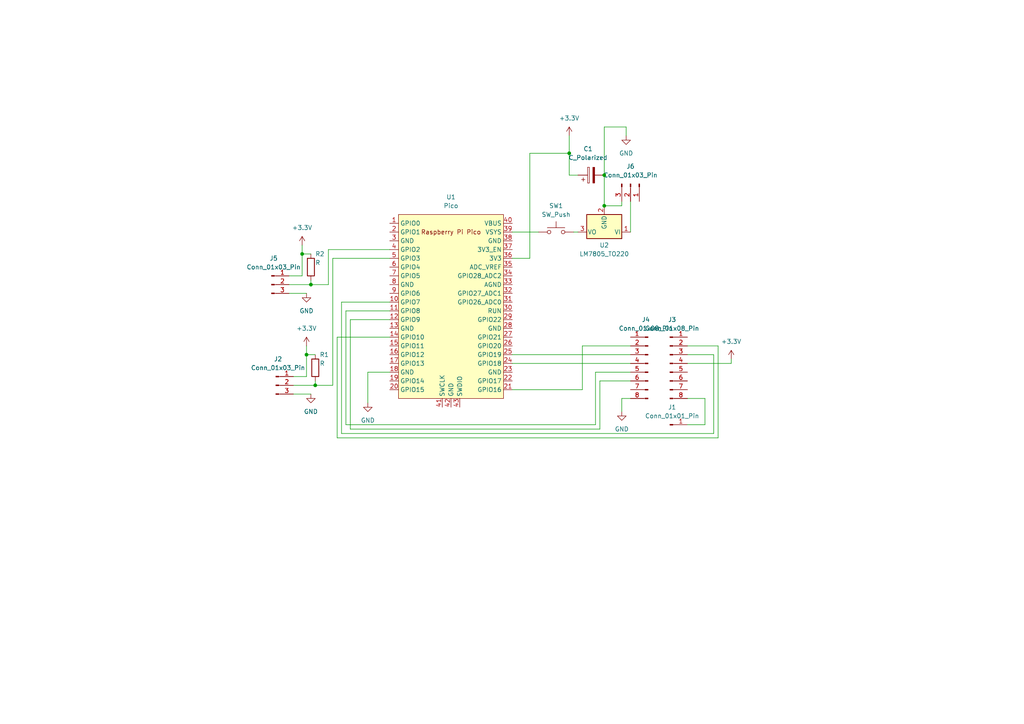
<source format=kicad_sch>
(kicad_sch (version 20230121) (generator eeschema)

  (uuid 57215bcd-06c0-4a2f-862b-6be181b216c0)

  (paper "A4")

  (lib_symbols
    (symbol "Connector:Conn_01x01_Pin" (pin_names (offset 1.016) hide) (in_bom yes) (on_board yes)
      (property "Reference" "J" (at 0 2.54 0)
        (effects (font (size 1.27 1.27)))
      )
      (property "Value" "Conn_01x01_Pin" (at 0 -2.54 0)
        (effects (font (size 1.27 1.27)))
      )
      (property "Footprint" "" (at 0 0 0)
        (effects (font (size 1.27 1.27)) hide)
      )
      (property "Datasheet" "~" (at 0 0 0)
        (effects (font (size 1.27 1.27)) hide)
      )
      (property "ki_locked" "" (at 0 0 0)
        (effects (font (size 1.27 1.27)))
      )
      (property "ki_keywords" "connector" (at 0 0 0)
        (effects (font (size 1.27 1.27)) hide)
      )
      (property "ki_description" "Generic connector, single row, 01x01, script generated" (at 0 0 0)
        (effects (font (size 1.27 1.27)) hide)
      )
      (property "ki_fp_filters" "Connector*:*_1x??_*" (at 0 0 0)
        (effects (font (size 1.27 1.27)) hide)
      )
      (symbol "Conn_01x01_Pin_1_1"
        (polyline
          (pts
            (xy 1.27 0)
            (xy 0.8636 0)
          )
          (stroke (width 0.1524) (type default))
          (fill (type none))
        )
        (rectangle (start 0.8636 0.127) (end 0 -0.127)
          (stroke (width 0.1524) (type default))
          (fill (type outline))
        )
        (pin passive line (at 5.08 0 180) (length 3.81)
          (name "Pin_1" (effects (font (size 1.27 1.27))))
          (number "1" (effects (font (size 1.27 1.27))))
        )
      )
    )
    (symbol "Connector:Conn_01x03_Pin" (pin_names (offset 1.016) hide) (in_bom yes) (on_board yes)
      (property "Reference" "J" (at 0 5.08 0)
        (effects (font (size 1.27 1.27)))
      )
      (property "Value" "Conn_01x03_Pin" (at 0 -5.08 0)
        (effects (font (size 1.27 1.27)))
      )
      (property "Footprint" "" (at 0 0 0)
        (effects (font (size 1.27 1.27)) hide)
      )
      (property "Datasheet" "~" (at 0 0 0)
        (effects (font (size 1.27 1.27)) hide)
      )
      (property "ki_locked" "" (at 0 0 0)
        (effects (font (size 1.27 1.27)))
      )
      (property "ki_keywords" "connector" (at 0 0 0)
        (effects (font (size 1.27 1.27)) hide)
      )
      (property "ki_description" "Generic connector, single row, 01x03, script generated" (at 0 0 0)
        (effects (font (size 1.27 1.27)) hide)
      )
      (property "ki_fp_filters" "Connector*:*_1x??_*" (at 0 0 0)
        (effects (font (size 1.27 1.27)) hide)
      )
      (symbol "Conn_01x03_Pin_1_1"
        (polyline
          (pts
            (xy 1.27 -2.54)
            (xy 0.8636 -2.54)
          )
          (stroke (width 0.1524) (type default))
          (fill (type none))
        )
        (polyline
          (pts
            (xy 1.27 0)
            (xy 0.8636 0)
          )
          (stroke (width 0.1524) (type default))
          (fill (type none))
        )
        (polyline
          (pts
            (xy 1.27 2.54)
            (xy 0.8636 2.54)
          )
          (stroke (width 0.1524) (type default))
          (fill (type none))
        )
        (rectangle (start 0.8636 -2.413) (end 0 -2.667)
          (stroke (width 0.1524) (type default))
          (fill (type outline))
        )
        (rectangle (start 0.8636 0.127) (end 0 -0.127)
          (stroke (width 0.1524) (type default))
          (fill (type outline))
        )
        (rectangle (start 0.8636 2.667) (end 0 2.413)
          (stroke (width 0.1524) (type default))
          (fill (type outline))
        )
        (pin passive line (at 5.08 2.54 180) (length 3.81)
          (name "Pin_1" (effects (font (size 1.27 1.27))))
          (number "1" (effects (font (size 1.27 1.27))))
        )
        (pin passive line (at 5.08 0 180) (length 3.81)
          (name "Pin_2" (effects (font (size 1.27 1.27))))
          (number "2" (effects (font (size 1.27 1.27))))
        )
        (pin passive line (at 5.08 -2.54 180) (length 3.81)
          (name "Pin_3" (effects (font (size 1.27 1.27))))
          (number "3" (effects (font (size 1.27 1.27))))
        )
      )
    )
    (symbol "Connector:Conn_01x08_Pin" (pin_names (offset 1.016) hide) (in_bom yes) (on_board yes)
      (property "Reference" "J" (at 0 10.16 0)
        (effects (font (size 1.27 1.27)))
      )
      (property "Value" "Conn_01x08_Pin" (at 0 -12.7 0)
        (effects (font (size 1.27 1.27)))
      )
      (property "Footprint" "" (at 0 0 0)
        (effects (font (size 1.27 1.27)) hide)
      )
      (property "Datasheet" "~" (at 0 0 0)
        (effects (font (size 1.27 1.27)) hide)
      )
      (property "ki_locked" "" (at 0 0 0)
        (effects (font (size 1.27 1.27)))
      )
      (property "ki_keywords" "connector" (at 0 0 0)
        (effects (font (size 1.27 1.27)) hide)
      )
      (property "ki_description" "Generic connector, single row, 01x08, script generated" (at 0 0 0)
        (effects (font (size 1.27 1.27)) hide)
      )
      (property "ki_fp_filters" "Connector*:*_1x??_*" (at 0 0 0)
        (effects (font (size 1.27 1.27)) hide)
      )
      (symbol "Conn_01x08_Pin_1_1"
        (polyline
          (pts
            (xy 1.27 -10.16)
            (xy 0.8636 -10.16)
          )
          (stroke (width 0.1524) (type default))
          (fill (type none))
        )
        (polyline
          (pts
            (xy 1.27 -7.62)
            (xy 0.8636 -7.62)
          )
          (stroke (width 0.1524) (type default))
          (fill (type none))
        )
        (polyline
          (pts
            (xy 1.27 -5.08)
            (xy 0.8636 -5.08)
          )
          (stroke (width 0.1524) (type default))
          (fill (type none))
        )
        (polyline
          (pts
            (xy 1.27 -2.54)
            (xy 0.8636 -2.54)
          )
          (stroke (width 0.1524) (type default))
          (fill (type none))
        )
        (polyline
          (pts
            (xy 1.27 0)
            (xy 0.8636 0)
          )
          (stroke (width 0.1524) (type default))
          (fill (type none))
        )
        (polyline
          (pts
            (xy 1.27 2.54)
            (xy 0.8636 2.54)
          )
          (stroke (width 0.1524) (type default))
          (fill (type none))
        )
        (polyline
          (pts
            (xy 1.27 5.08)
            (xy 0.8636 5.08)
          )
          (stroke (width 0.1524) (type default))
          (fill (type none))
        )
        (polyline
          (pts
            (xy 1.27 7.62)
            (xy 0.8636 7.62)
          )
          (stroke (width 0.1524) (type default))
          (fill (type none))
        )
        (rectangle (start 0.8636 -10.033) (end 0 -10.287)
          (stroke (width 0.1524) (type default))
          (fill (type outline))
        )
        (rectangle (start 0.8636 -7.493) (end 0 -7.747)
          (stroke (width 0.1524) (type default))
          (fill (type outline))
        )
        (rectangle (start 0.8636 -4.953) (end 0 -5.207)
          (stroke (width 0.1524) (type default))
          (fill (type outline))
        )
        (rectangle (start 0.8636 -2.413) (end 0 -2.667)
          (stroke (width 0.1524) (type default))
          (fill (type outline))
        )
        (rectangle (start 0.8636 0.127) (end 0 -0.127)
          (stroke (width 0.1524) (type default))
          (fill (type outline))
        )
        (rectangle (start 0.8636 2.667) (end 0 2.413)
          (stroke (width 0.1524) (type default))
          (fill (type outline))
        )
        (rectangle (start 0.8636 5.207) (end 0 4.953)
          (stroke (width 0.1524) (type default))
          (fill (type outline))
        )
        (rectangle (start 0.8636 7.747) (end 0 7.493)
          (stroke (width 0.1524) (type default))
          (fill (type outline))
        )
        (pin passive line (at 5.08 7.62 180) (length 3.81)
          (name "Pin_1" (effects (font (size 1.27 1.27))))
          (number "1" (effects (font (size 1.27 1.27))))
        )
        (pin passive line (at 5.08 5.08 180) (length 3.81)
          (name "Pin_2" (effects (font (size 1.27 1.27))))
          (number "2" (effects (font (size 1.27 1.27))))
        )
        (pin passive line (at 5.08 2.54 180) (length 3.81)
          (name "Pin_3" (effects (font (size 1.27 1.27))))
          (number "3" (effects (font (size 1.27 1.27))))
        )
        (pin passive line (at 5.08 0 180) (length 3.81)
          (name "Pin_4" (effects (font (size 1.27 1.27))))
          (number "4" (effects (font (size 1.27 1.27))))
        )
        (pin passive line (at 5.08 -2.54 180) (length 3.81)
          (name "Pin_5" (effects (font (size 1.27 1.27))))
          (number "5" (effects (font (size 1.27 1.27))))
        )
        (pin passive line (at 5.08 -5.08 180) (length 3.81)
          (name "Pin_6" (effects (font (size 1.27 1.27))))
          (number "6" (effects (font (size 1.27 1.27))))
        )
        (pin passive line (at 5.08 -7.62 180) (length 3.81)
          (name "Pin_7" (effects (font (size 1.27 1.27))))
          (number "7" (effects (font (size 1.27 1.27))))
        )
        (pin passive line (at 5.08 -10.16 180) (length 3.81)
          (name "Pin_8" (effects (font (size 1.27 1.27))))
          (number "8" (effects (font (size 1.27 1.27))))
        )
      )
    )
    (symbol "Device:C_Polarized" (pin_numbers hide) (pin_names (offset 0.254)) (in_bom yes) (on_board yes)
      (property "Reference" "C" (at 0.635 2.54 0)
        (effects (font (size 1.27 1.27)) (justify left))
      )
      (property "Value" "C_Polarized" (at 0.635 -2.54 0)
        (effects (font (size 1.27 1.27)) (justify left))
      )
      (property "Footprint" "" (at 0.9652 -3.81 0)
        (effects (font (size 1.27 1.27)) hide)
      )
      (property "Datasheet" "~" (at 0 0 0)
        (effects (font (size 1.27 1.27)) hide)
      )
      (property "ki_keywords" "cap capacitor" (at 0 0 0)
        (effects (font (size 1.27 1.27)) hide)
      )
      (property "ki_description" "Polarized capacitor" (at 0 0 0)
        (effects (font (size 1.27 1.27)) hide)
      )
      (property "ki_fp_filters" "CP_*" (at 0 0 0)
        (effects (font (size 1.27 1.27)) hide)
      )
      (symbol "C_Polarized_0_1"
        (rectangle (start -2.286 0.508) (end 2.286 1.016)
          (stroke (width 0) (type default))
          (fill (type none))
        )
        (polyline
          (pts
            (xy -1.778 2.286)
            (xy -0.762 2.286)
          )
          (stroke (width 0) (type default))
          (fill (type none))
        )
        (polyline
          (pts
            (xy -1.27 2.794)
            (xy -1.27 1.778)
          )
          (stroke (width 0) (type default))
          (fill (type none))
        )
        (rectangle (start 2.286 -0.508) (end -2.286 -1.016)
          (stroke (width 0) (type default))
          (fill (type outline))
        )
      )
      (symbol "C_Polarized_1_1"
        (pin passive line (at 0 3.81 270) (length 2.794)
          (name "~" (effects (font (size 1.27 1.27))))
          (number "1" (effects (font (size 1.27 1.27))))
        )
        (pin passive line (at 0 -3.81 90) (length 2.794)
          (name "~" (effects (font (size 1.27 1.27))))
          (number "2" (effects (font (size 1.27 1.27))))
        )
      )
    )
    (symbol "Device:R" (pin_numbers hide) (pin_names (offset 0)) (in_bom yes) (on_board yes)
      (property "Reference" "R" (at 2.032 0 90)
        (effects (font (size 1.27 1.27)))
      )
      (property "Value" "R" (at 0 0 90)
        (effects (font (size 1.27 1.27)))
      )
      (property "Footprint" "" (at -1.778 0 90)
        (effects (font (size 1.27 1.27)) hide)
      )
      (property "Datasheet" "~" (at 0 0 0)
        (effects (font (size 1.27 1.27)) hide)
      )
      (property "ki_keywords" "R res resistor" (at 0 0 0)
        (effects (font (size 1.27 1.27)) hide)
      )
      (property "ki_description" "Resistor" (at 0 0 0)
        (effects (font (size 1.27 1.27)) hide)
      )
      (property "ki_fp_filters" "R_*" (at 0 0 0)
        (effects (font (size 1.27 1.27)) hide)
      )
      (symbol "R_0_1"
        (rectangle (start -1.016 -2.54) (end 1.016 2.54)
          (stroke (width 0.254) (type default))
          (fill (type none))
        )
      )
      (symbol "R_1_1"
        (pin passive line (at 0 3.81 270) (length 1.27)
          (name "~" (effects (font (size 1.27 1.27))))
          (number "1" (effects (font (size 1.27 1.27))))
        )
        (pin passive line (at 0 -3.81 90) (length 1.27)
          (name "~" (effects (font (size 1.27 1.27))))
          (number "2" (effects (font (size 1.27 1.27))))
        )
      )
    )
    (symbol "MCU_RaspberryPi_and_Boards:Pico" (in_bom yes) (on_board yes)
      (property "Reference" "U" (at -13.97 27.94 0)
        (effects (font (size 1.27 1.27)))
      )
      (property "Value" "Pico" (at 0 19.05 0)
        (effects (font (size 1.27 1.27)))
      )
      (property "Footprint" "RPi_Pico:RPi_Pico_SMD_TH" (at 0 0 90)
        (effects (font (size 1.27 1.27)) hide)
      )
      (property "Datasheet" "" (at 0 0 0)
        (effects (font (size 1.27 1.27)) hide)
      )
      (symbol "Pico_0_0"
        (text "Raspberry Pi Pico" (at 0 21.59 0)
          (effects (font (size 1.27 1.27)))
        )
      )
      (symbol "Pico_0_1"
        (rectangle (start -15.24 26.67) (end 15.24 -26.67)
          (stroke (width 0) (type default))
          (fill (type background))
        )
      )
      (symbol "Pico_1_1"
        (pin bidirectional line (at -17.78 24.13 0) (length 2.54)
          (name "GPIO0" (effects (font (size 1.27 1.27))))
          (number "1" (effects (font (size 1.27 1.27))))
        )
        (pin bidirectional line (at -17.78 1.27 0) (length 2.54)
          (name "GPIO7" (effects (font (size 1.27 1.27))))
          (number "10" (effects (font (size 1.27 1.27))))
        )
        (pin bidirectional line (at -17.78 -1.27 0) (length 2.54)
          (name "GPIO8" (effects (font (size 1.27 1.27))))
          (number "11" (effects (font (size 1.27 1.27))))
        )
        (pin bidirectional line (at -17.78 -3.81 0) (length 2.54)
          (name "GPIO9" (effects (font (size 1.27 1.27))))
          (number "12" (effects (font (size 1.27 1.27))))
        )
        (pin power_in line (at -17.78 -6.35 0) (length 2.54)
          (name "GND" (effects (font (size 1.27 1.27))))
          (number "13" (effects (font (size 1.27 1.27))))
        )
        (pin bidirectional line (at -17.78 -8.89 0) (length 2.54)
          (name "GPIO10" (effects (font (size 1.27 1.27))))
          (number "14" (effects (font (size 1.27 1.27))))
        )
        (pin bidirectional line (at -17.78 -11.43 0) (length 2.54)
          (name "GPIO11" (effects (font (size 1.27 1.27))))
          (number "15" (effects (font (size 1.27 1.27))))
        )
        (pin bidirectional line (at -17.78 -13.97 0) (length 2.54)
          (name "GPIO12" (effects (font (size 1.27 1.27))))
          (number "16" (effects (font (size 1.27 1.27))))
        )
        (pin bidirectional line (at -17.78 -16.51 0) (length 2.54)
          (name "GPIO13" (effects (font (size 1.27 1.27))))
          (number "17" (effects (font (size 1.27 1.27))))
        )
        (pin power_in line (at -17.78 -19.05 0) (length 2.54)
          (name "GND" (effects (font (size 1.27 1.27))))
          (number "18" (effects (font (size 1.27 1.27))))
        )
        (pin bidirectional line (at -17.78 -21.59 0) (length 2.54)
          (name "GPIO14" (effects (font (size 1.27 1.27))))
          (number "19" (effects (font (size 1.27 1.27))))
        )
        (pin bidirectional line (at -17.78 21.59 0) (length 2.54)
          (name "GPIO1" (effects (font (size 1.27 1.27))))
          (number "2" (effects (font (size 1.27 1.27))))
        )
        (pin bidirectional line (at -17.78 -24.13 0) (length 2.54)
          (name "GPIO15" (effects (font (size 1.27 1.27))))
          (number "20" (effects (font (size 1.27 1.27))))
        )
        (pin bidirectional line (at 17.78 -24.13 180) (length 2.54)
          (name "GPIO16" (effects (font (size 1.27 1.27))))
          (number "21" (effects (font (size 1.27 1.27))))
        )
        (pin bidirectional line (at 17.78 -21.59 180) (length 2.54)
          (name "GPIO17" (effects (font (size 1.27 1.27))))
          (number "22" (effects (font (size 1.27 1.27))))
        )
        (pin power_in line (at 17.78 -19.05 180) (length 2.54)
          (name "GND" (effects (font (size 1.27 1.27))))
          (number "23" (effects (font (size 1.27 1.27))))
        )
        (pin bidirectional line (at 17.78 -16.51 180) (length 2.54)
          (name "GPIO18" (effects (font (size 1.27 1.27))))
          (number "24" (effects (font (size 1.27 1.27))))
        )
        (pin bidirectional line (at 17.78 -13.97 180) (length 2.54)
          (name "GPIO19" (effects (font (size 1.27 1.27))))
          (number "25" (effects (font (size 1.27 1.27))))
        )
        (pin bidirectional line (at 17.78 -11.43 180) (length 2.54)
          (name "GPIO20" (effects (font (size 1.27 1.27))))
          (number "26" (effects (font (size 1.27 1.27))))
        )
        (pin bidirectional line (at 17.78 -8.89 180) (length 2.54)
          (name "GPIO21" (effects (font (size 1.27 1.27))))
          (number "27" (effects (font (size 1.27 1.27))))
        )
        (pin power_in line (at 17.78 -6.35 180) (length 2.54)
          (name "GND" (effects (font (size 1.27 1.27))))
          (number "28" (effects (font (size 1.27 1.27))))
        )
        (pin bidirectional line (at 17.78 -3.81 180) (length 2.54)
          (name "GPIO22" (effects (font (size 1.27 1.27))))
          (number "29" (effects (font (size 1.27 1.27))))
        )
        (pin power_in line (at -17.78 19.05 0) (length 2.54)
          (name "GND" (effects (font (size 1.27 1.27))))
          (number "3" (effects (font (size 1.27 1.27))))
        )
        (pin input line (at 17.78 -1.27 180) (length 2.54)
          (name "RUN" (effects (font (size 1.27 1.27))))
          (number "30" (effects (font (size 1.27 1.27))))
        )
        (pin bidirectional line (at 17.78 1.27 180) (length 2.54)
          (name "GPIO26_ADC0" (effects (font (size 1.27 1.27))))
          (number "31" (effects (font (size 1.27 1.27))))
        )
        (pin bidirectional line (at 17.78 3.81 180) (length 2.54)
          (name "GPIO27_ADC1" (effects (font (size 1.27 1.27))))
          (number "32" (effects (font (size 1.27 1.27))))
        )
        (pin power_in line (at 17.78 6.35 180) (length 2.54)
          (name "AGND" (effects (font (size 1.27 1.27))))
          (number "33" (effects (font (size 1.27 1.27))))
        )
        (pin bidirectional line (at 17.78 8.89 180) (length 2.54)
          (name "GPIO28_ADC2" (effects (font (size 1.27 1.27))))
          (number "34" (effects (font (size 1.27 1.27))))
        )
        (pin power_in line (at 17.78 11.43 180) (length 2.54)
          (name "ADC_VREF" (effects (font (size 1.27 1.27))))
          (number "35" (effects (font (size 1.27 1.27))))
        )
        (pin power_in line (at 17.78 13.97 180) (length 2.54)
          (name "3V3" (effects (font (size 1.27 1.27))))
          (number "36" (effects (font (size 1.27 1.27))))
        )
        (pin input line (at 17.78 16.51 180) (length 2.54)
          (name "3V3_EN" (effects (font (size 1.27 1.27))))
          (number "37" (effects (font (size 1.27 1.27))))
        )
        (pin bidirectional line (at 17.78 19.05 180) (length 2.54)
          (name "GND" (effects (font (size 1.27 1.27))))
          (number "38" (effects (font (size 1.27 1.27))))
        )
        (pin power_in line (at 17.78 21.59 180) (length 2.54)
          (name "VSYS" (effects (font (size 1.27 1.27))))
          (number "39" (effects (font (size 1.27 1.27))))
        )
        (pin bidirectional line (at -17.78 16.51 0) (length 2.54)
          (name "GPIO2" (effects (font (size 1.27 1.27))))
          (number "4" (effects (font (size 1.27 1.27))))
        )
        (pin power_in line (at 17.78 24.13 180) (length 2.54)
          (name "VBUS" (effects (font (size 1.27 1.27))))
          (number "40" (effects (font (size 1.27 1.27))))
        )
        (pin input line (at -2.54 -29.21 90) (length 2.54)
          (name "SWCLK" (effects (font (size 1.27 1.27))))
          (number "41" (effects (font (size 1.27 1.27))))
        )
        (pin power_in line (at 0 -29.21 90) (length 2.54)
          (name "GND" (effects (font (size 1.27 1.27))))
          (number "42" (effects (font (size 1.27 1.27))))
        )
        (pin bidirectional line (at 2.54 -29.21 90) (length 2.54)
          (name "SWDIO" (effects (font (size 1.27 1.27))))
          (number "43" (effects (font (size 1.27 1.27))))
        )
        (pin bidirectional line (at -17.78 13.97 0) (length 2.54)
          (name "GPIO3" (effects (font (size 1.27 1.27))))
          (number "5" (effects (font (size 1.27 1.27))))
        )
        (pin bidirectional line (at -17.78 11.43 0) (length 2.54)
          (name "GPIO4" (effects (font (size 1.27 1.27))))
          (number "6" (effects (font (size 1.27 1.27))))
        )
        (pin bidirectional line (at -17.78 8.89 0) (length 2.54)
          (name "GPIO5" (effects (font (size 1.27 1.27))))
          (number "7" (effects (font (size 1.27 1.27))))
        )
        (pin power_in line (at -17.78 6.35 0) (length 2.54)
          (name "GND" (effects (font (size 1.27 1.27))))
          (number "8" (effects (font (size 1.27 1.27))))
        )
        (pin bidirectional line (at -17.78 3.81 0) (length 2.54)
          (name "GPIO6" (effects (font (size 1.27 1.27))))
          (number "9" (effects (font (size 1.27 1.27))))
        )
      )
    )
    (symbol "Regulator_Linear:LM7805_TO220" (pin_names (offset 0.254)) (in_bom yes) (on_board yes)
      (property "Reference" "U" (at -3.81 3.175 0)
        (effects (font (size 1.27 1.27)))
      )
      (property "Value" "LM7805_TO220" (at 0 3.175 0)
        (effects (font (size 1.27 1.27)) (justify left))
      )
      (property "Footprint" "Package_TO_SOT_THT:TO-220-3_Vertical" (at 0 5.715 0)
        (effects (font (size 1.27 1.27) italic) hide)
      )
      (property "Datasheet" "https://www.onsemi.cn/PowerSolutions/document/MC7800-D.PDF" (at 0 -1.27 0)
        (effects (font (size 1.27 1.27)) hide)
      )
      (property "ki_keywords" "Voltage Regulator 1A Positive" (at 0 0 0)
        (effects (font (size 1.27 1.27)) hide)
      )
      (property "ki_description" "Positive 1A 35V Linear Regulator, Fixed Output 5V, TO-220" (at 0 0 0)
        (effects (font (size 1.27 1.27)) hide)
      )
      (property "ki_fp_filters" "TO?220*" (at 0 0 0)
        (effects (font (size 1.27 1.27)) hide)
      )
      (symbol "LM7805_TO220_0_1"
        (rectangle (start -5.08 1.905) (end 5.08 -5.08)
          (stroke (width 0.254) (type default))
          (fill (type background))
        )
      )
      (symbol "LM7805_TO220_1_1"
        (pin power_in line (at -7.62 0 0) (length 2.54)
          (name "VI" (effects (font (size 1.27 1.27))))
          (number "1" (effects (font (size 1.27 1.27))))
        )
        (pin power_in line (at 0 -7.62 90) (length 2.54)
          (name "GND" (effects (font (size 1.27 1.27))))
          (number "2" (effects (font (size 1.27 1.27))))
        )
        (pin power_out line (at 7.62 0 180) (length 2.54)
          (name "VO" (effects (font (size 1.27 1.27))))
          (number "3" (effects (font (size 1.27 1.27))))
        )
      )
    )
    (symbol "Switch:SW_Push" (pin_numbers hide) (pin_names (offset 1.016) hide) (in_bom yes) (on_board yes)
      (property "Reference" "SW" (at 1.27 2.54 0)
        (effects (font (size 1.27 1.27)) (justify left))
      )
      (property "Value" "SW_Push" (at 0 -1.524 0)
        (effects (font (size 1.27 1.27)))
      )
      (property "Footprint" "" (at 0 5.08 0)
        (effects (font (size 1.27 1.27)) hide)
      )
      (property "Datasheet" "~" (at 0 5.08 0)
        (effects (font (size 1.27 1.27)) hide)
      )
      (property "ki_keywords" "switch normally-open pushbutton push-button" (at 0 0 0)
        (effects (font (size 1.27 1.27)) hide)
      )
      (property "ki_description" "Push button switch, generic, two pins" (at 0 0 0)
        (effects (font (size 1.27 1.27)) hide)
      )
      (symbol "SW_Push_0_1"
        (circle (center -2.032 0) (radius 0.508)
          (stroke (width 0) (type default))
          (fill (type none))
        )
        (polyline
          (pts
            (xy 0 1.27)
            (xy 0 3.048)
          )
          (stroke (width 0) (type default))
          (fill (type none))
        )
        (polyline
          (pts
            (xy 2.54 1.27)
            (xy -2.54 1.27)
          )
          (stroke (width 0) (type default))
          (fill (type none))
        )
        (circle (center 2.032 0) (radius 0.508)
          (stroke (width 0) (type default))
          (fill (type none))
        )
        (pin passive line (at -5.08 0 0) (length 2.54)
          (name "1" (effects (font (size 1.27 1.27))))
          (number "1" (effects (font (size 1.27 1.27))))
        )
        (pin passive line (at 5.08 0 180) (length 2.54)
          (name "2" (effects (font (size 1.27 1.27))))
          (number "2" (effects (font (size 1.27 1.27))))
        )
      )
    )
    (symbol "power:+3.3V" (power) (pin_names (offset 0)) (in_bom yes) (on_board yes)
      (property "Reference" "#PWR" (at 0 -3.81 0)
        (effects (font (size 1.27 1.27)) hide)
      )
      (property "Value" "+3.3V" (at 0 3.556 0)
        (effects (font (size 1.27 1.27)))
      )
      (property "Footprint" "" (at 0 0 0)
        (effects (font (size 1.27 1.27)) hide)
      )
      (property "Datasheet" "" (at 0 0 0)
        (effects (font (size 1.27 1.27)) hide)
      )
      (property "ki_keywords" "global power" (at 0 0 0)
        (effects (font (size 1.27 1.27)) hide)
      )
      (property "ki_description" "Power symbol creates a global label with name \"+3.3V\"" (at 0 0 0)
        (effects (font (size 1.27 1.27)) hide)
      )
      (symbol "+3.3V_0_1"
        (polyline
          (pts
            (xy -0.762 1.27)
            (xy 0 2.54)
          )
          (stroke (width 0) (type default))
          (fill (type none))
        )
        (polyline
          (pts
            (xy 0 0)
            (xy 0 2.54)
          )
          (stroke (width 0) (type default))
          (fill (type none))
        )
        (polyline
          (pts
            (xy 0 2.54)
            (xy 0.762 1.27)
          )
          (stroke (width 0) (type default))
          (fill (type none))
        )
      )
      (symbol "+3.3V_1_1"
        (pin power_in line (at 0 0 90) (length 0) hide
          (name "+3.3V" (effects (font (size 1.27 1.27))))
          (number "1" (effects (font (size 1.27 1.27))))
        )
      )
    )
    (symbol "power:GND" (power) (pin_names (offset 0)) (in_bom yes) (on_board yes)
      (property "Reference" "#PWR" (at 0 -6.35 0)
        (effects (font (size 1.27 1.27)) hide)
      )
      (property "Value" "GND" (at 0 -3.81 0)
        (effects (font (size 1.27 1.27)))
      )
      (property "Footprint" "" (at 0 0 0)
        (effects (font (size 1.27 1.27)) hide)
      )
      (property "Datasheet" "" (at 0 0 0)
        (effects (font (size 1.27 1.27)) hide)
      )
      (property "ki_keywords" "global power" (at 0 0 0)
        (effects (font (size 1.27 1.27)) hide)
      )
      (property "ki_description" "Power symbol creates a global label with name \"GND\" , ground" (at 0 0 0)
        (effects (font (size 1.27 1.27)) hide)
      )
      (symbol "GND_0_1"
        (polyline
          (pts
            (xy 0 0)
            (xy 0 -1.27)
            (xy 1.27 -1.27)
            (xy 0 -2.54)
            (xy -1.27 -1.27)
            (xy 0 -1.27)
          )
          (stroke (width 0) (type default))
          (fill (type none))
        )
      )
      (symbol "GND_1_1"
        (pin power_in line (at 0 0 270) (length 0) hide
          (name "GND" (effects (font (size 1.27 1.27))))
          (number "1" (effects (font (size 1.27 1.27))))
        )
      )
    )
  )

  (junction (at 87.63 73.66) (diameter 0) (color 0 0 0 0)
    (uuid 0e6f804c-eecd-497d-be4f-2585585c0110)
  )
  (junction (at 88.9 102.87) (diameter 0) (color 0 0 0 0)
    (uuid 108fe6a6-1832-4ddb-8e32-6b1b15f8f094)
  )
  (junction (at 165.1 44.45) (diameter 0) (color 0 0 0 0)
    (uuid 442d0e76-b47e-45f5-8616-dc9d5f5cf964)
  )
  (junction (at 90.17 82.55) (diameter 0) (color 0 0 0 0)
    (uuid 5380a227-35ff-47a1-85a2-3d9befec5b2c)
  )
  (junction (at 175.26 50.8) (diameter 0) (color 0 0 0 0)
    (uuid a590a1a6-bd2f-4f6d-91ed-c8a758b9ec96)
  )
  (junction (at 175.26 59.69) (diameter 0) (color 0 0 0 0)
    (uuid aeecb905-093f-4737-a14d-5a8befb761a2)
  )
  (junction (at 91.44 111.76) (diameter 0) (color 0 0 0 0)
    (uuid e3978f25-2c5f-4442-a020-e8aa81707624)
  )

  (wire (pts (xy 88.9 102.87) (xy 91.44 102.87))
    (stroke (width 0) (type default))
    (uuid 031d1ebe-2a6d-42d6-a5d1-717413c1fde8)
  )
  (wire (pts (xy 175.26 50.8) (xy 175.26 59.69))
    (stroke (width 0) (type default))
    (uuid 073331bd-fc38-4ad2-9d5c-a53fae742e98)
  )
  (wire (pts (xy 208.28 127) (xy 208.28 100.33))
    (stroke (width 0) (type default))
    (uuid 0cc75d34-7c39-4216-8e95-a9d2296f6aad)
  )
  (wire (pts (xy 87.63 73.66) (xy 87.63 80.01))
    (stroke (width 0) (type default))
    (uuid 0fa98e36-5336-40c7-8dc8-2950684e3213)
  )
  (wire (pts (xy 199.39 105.41) (xy 212.09 105.41))
    (stroke (width 0) (type default))
    (uuid 0fac9f41-a09d-4cf4-8fb3-51c704be307b)
  )
  (wire (pts (xy 181.61 36.83) (xy 175.26 36.83))
    (stroke (width 0) (type default))
    (uuid 155461fc-ed63-4fc9-b63d-8e2f7da5d03c)
  )
  (wire (pts (xy 156.21 67.31) (xy 148.59 67.31))
    (stroke (width 0) (type default))
    (uuid 1ad05616-fb97-4650-bc06-aff5e6075bd2)
  )
  (wire (pts (xy 85.09 109.22) (xy 88.9 109.22))
    (stroke (width 0) (type default))
    (uuid 1fb9c09a-081a-4197-9ec8-2b8247ae4c3a)
  )
  (wire (pts (xy 113.03 107.95) (xy 106.68 107.95))
    (stroke (width 0) (type default))
    (uuid 1fdb39fe-e5ef-4107-9463-a806ba0c5c18)
  )
  (wire (pts (xy 83.82 85.09) (xy 88.9 85.09))
    (stroke (width 0) (type default))
    (uuid 229ab064-a301-49a8-93b8-713ff8689806)
  )
  (wire (pts (xy 91.44 110.49) (xy 91.44 111.76))
    (stroke (width 0) (type default))
    (uuid 23a78a9e-8b66-411f-bcf2-ba987db2d35f)
  )
  (wire (pts (xy 168.91 100.33) (xy 182.88 100.33))
    (stroke (width 0) (type default))
    (uuid 27e26a7a-679b-422c-8aab-2077d3033d86)
  )
  (wire (pts (xy 153.67 44.45) (xy 165.1 44.45))
    (stroke (width 0) (type default))
    (uuid 289265ca-0fc5-45dd-bd43-ac6a34202199)
  )
  (wire (pts (xy 165.1 39.37) (xy 165.1 44.45))
    (stroke (width 0) (type default))
    (uuid 28c82281-49f7-471a-8321-f3833c3de193)
  )
  (wire (pts (xy 168.91 100.33) (xy 168.91 113.03))
    (stroke (width 0) (type default))
    (uuid 2a1c561a-edc2-4026-8d6e-d6a7e81b3e00)
  )
  (wire (pts (xy 175.26 36.83) (xy 175.26 50.8))
    (stroke (width 0) (type default))
    (uuid 2e570605-7536-4283-9ad2-388ce0ecdc76)
  )
  (wire (pts (xy 95.25 82.55) (xy 90.17 82.55))
    (stroke (width 0) (type default))
    (uuid 368af580-8044-4270-b8c0-681f3b88902f)
  )
  (wire (pts (xy 85.09 114.3) (xy 90.17 114.3))
    (stroke (width 0) (type default))
    (uuid 37144aa0-0b50-4411-9a49-f65640ce3638)
  )
  (wire (pts (xy 180.34 115.57) (xy 180.34 119.38))
    (stroke (width 0) (type default))
    (uuid 372e5e9a-ceae-495e-989e-67873bccd158)
  )
  (wire (pts (xy 90.17 81.28) (xy 90.17 82.55))
    (stroke (width 0) (type default))
    (uuid 40c62ec6-17ce-4be9-b42f-202ad4628b27)
  )
  (wire (pts (xy 148.59 74.93) (xy 153.67 74.93))
    (stroke (width 0) (type default))
    (uuid 422ca279-e51d-4194-84b0-3483d31f4b94)
  )
  (wire (pts (xy 88.9 102.87) (xy 88.9 109.22))
    (stroke (width 0) (type default))
    (uuid 43127868-b7bd-4a77-8612-277f70dfcc00)
  )
  (wire (pts (xy 83.82 80.01) (xy 87.63 80.01))
    (stroke (width 0) (type default))
    (uuid 4458716c-0f99-4966-b689-f2cca0a111a5)
  )
  (wire (pts (xy 96.52 111.76) (xy 91.44 111.76))
    (stroke (width 0) (type default))
    (uuid 4fe936b2-3e3e-4f97-b41e-148ba371ee63)
  )
  (wire (pts (xy 204.47 123.19) (xy 199.39 123.19))
    (stroke (width 0) (type default))
    (uuid 52c6f2ab-176e-46ca-a6e4-7b42ec5c6339)
  )
  (wire (pts (xy 172.72 123.19) (xy 172.72 107.95))
    (stroke (width 0) (type default))
    (uuid 53c3a698-1c13-4b2a-a639-c19db8a55c37)
  )
  (wire (pts (xy 212.09 104.14) (xy 212.09 105.41))
    (stroke (width 0) (type default))
    (uuid 565e6c80-39ce-4f37-8cf5-a6f2fffb3f25)
  )
  (wire (pts (xy 101.6 92.71) (xy 101.6 124.46))
    (stroke (width 0) (type default))
    (uuid 58b4bee0-fb92-4389-ac60-db5fcd084e55)
  )
  (wire (pts (xy 182.88 58.42) (xy 182.88 67.31))
    (stroke (width 0) (type default))
    (uuid 5a79f372-959e-4a5a-b078-30773cb092ae)
  )
  (wire (pts (xy 207.01 125.73) (xy 99.06 125.73))
    (stroke (width 0) (type default))
    (uuid 5ac1338f-2a4b-486a-a32c-989421b2ab15)
  )
  (wire (pts (xy 87.63 71.12) (xy 87.63 73.66))
    (stroke (width 0) (type default))
    (uuid 5e68872a-1d52-4a2b-ac51-399368b3e38d)
  )
  (wire (pts (xy 91.44 111.76) (xy 85.09 111.76))
    (stroke (width 0) (type default))
    (uuid 6245c0a6-6e15-4c56-9790-28486db1d345)
  )
  (wire (pts (xy 180.34 59.69) (xy 175.26 59.69))
    (stroke (width 0) (type default))
    (uuid 68b1edc5-6904-4bb0-82a4-50ef60478d2c)
  )
  (wire (pts (xy 100.33 123.19) (xy 172.72 123.19))
    (stroke (width 0) (type default))
    (uuid 6ec86eb5-cd71-4d29-be06-7c0d32a09275)
  )
  (wire (pts (xy 96.52 74.93) (xy 96.52 111.76))
    (stroke (width 0) (type default))
    (uuid 6fc6245a-d69b-4e80-ba6f-41989b30f445)
  )
  (wire (pts (xy 182.88 115.57) (xy 180.34 115.57))
    (stroke (width 0) (type default))
    (uuid 765fae71-f0dd-4dde-afb0-d000efbfe5cd)
  )
  (wire (pts (xy 181.61 36.83) (xy 181.61 39.37))
    (stroke (width 0) (type default))
    (uuid 7c497c3e-2bf4-41c7-ac81-cdd5924e47f2)
  )
  (wire (pts (xy 153.67 44.45) (xy 153.67 74.93))
    (stroke (width 0) (type default))
    (uuid 7e2fa8ae-ab1f-4acb-9225-cb6a2504b35c)
  )
  (wire (pts (xy 113.03 92.71) (xy 101.6 92.71))
    (stroke (width 0) (type default))
    (uuid 7f6decf4-60c1-47cd-9978-c6d1f3906291)
  )
  (wire (pts (xy 204.47 115.57) (xy 204.47 123.19))
    (stroke (width 0) (type default))
    (uuid 80929d00-5b15-4b28-86e4-ba7badedd697)
  )
  (wire (pts (xy 113.03 90.17) (xy 100.33 90.17))
    (stroke (width 0) (type default))
    (uuid 82d1a01d-7b27-4846-ac37-86d42a6334d4)
  )
  (wire (pts (xy 87.63 73.66) (xy 90.17 73.66))
    (stroke (width 0) (type default))
    (uuid 8901f1e0-dc50-4e8b-9c2a-b64f4917f441)
  )
  (wire (pts (xy 99.06 125.73) (xy 99.06 87.63))
    (stroke (width 0) (type default))
    (uuid 8c311396-aeef-482b-b7bd-35c1067c8c71)
  )
  (wire (pts (xy 97.79 127) (xy 208.28 127))
    (stroke (width 0) (type default))
    (uuid 8cbaa5c8-dcf3-4492-aebb-11ce3a0d10ce)
  )
  (wire (pts (xy 113.03 97.79) (xy 97.79 97.79))
    (stroke (width 0) (type default))
    (uuid 8db392be-2db0-4f4d-b91a-1d767120a851)
  )
  (wire (pts (xy 208.28 100.33) (xy 199.39 100.33))
    (stroke (width 0) (type default))
    (uuid 900f8549-aa05-49e0-9a20-b7c156ab499b)
  )
  (wire (pts (xy 207.01 102.87) (xy 207.01 125.73))
    (stroke (width 0) (type default))
    (uuid 91f868d2-9130-4445-af76-7fdc0811b68c)
  )
  (wire (pts (xy 180.34 58.42) (xy 180.34 59.69))
    (stroke (width 0) (type default))
    (uuid 9a3e7349-5e73-421e-8311-89abd44c7af6)
  )
  (wire (pts (xy 166.37 67.31) (xy 167.64 67.31))
    (stroke (width 0) (type default))
    (uuid 9c09e504-08b2-4c04-96f9-fc751375cec3)
  )
  (wire (pts (xy 113.03 72.39) (xy 95.25 72.39))
    (stroke (width 0) (type default))
    (uuid aab98f16-9170-44dc-b182-d02599480a48)
  )
  (wire (pts (xy 148.59 102.87) (xy 182.88 102.87))
    (stroke (width 0) (type default))
    (uuid aad1b613-20b3-405d-8060-57f666f50281)
  )
  (wire (pts (xy 173.99 124.46) (xy 173.99 110.49))
    (stroke (width 0) (type default))
    (uuid abafa502-773b-4922-8a03-8fdc4649a08c)
  )
  (wire (pts (xy 88.9 100.33) (xy 88.9 102.87))
    (stroke (width 0) (type default))
    (uuid aca50835-a6f1-46bd-be7d-21eaa2c2cf77)
  )
  (wire (pts (xy 165.1 50.8) (xy 165.1 44.45))
    (stroke (width 0) (type default))
    (uuid b1ba33de-7c0b-4b74-8eeb-67e1f3f9f2f4)
  )
  (wire (pts (xy 99.06 87.63) (xy 113.03 87.63))
    (stroke (width 0) (type default))
    (uuid bc279f23-3b0b-42a0-9b7d-34aeecb32c82)
  )
  (wire (pts (xy 199.39 115.57) (xy 204.47 115.57))
    (stroke (width 0) (type default))
    (uuid c0334bf4-76b2-419c-9dd6-46fb605df9be)
  )
  (wire (pts (xy 96.52 74.93) (xy 113.03 74.93))
    (stroke (width 0) (type default))
    (uuid c4274f17-a329-4a4e-86b6-cf219c3adaae)
  )
  (wire (pts (xy 97.79 97.79) (xy 97.79 127))
    (stroke (width 0) (type default))
    (uuid c7de96da-b5dd-48b7-8309-613e2e6e29e3)
  )
  (wire (pts (xy 172.72 107.95) (xy 182.88 107.95))
    (stroke (width 0) (type default))
    (uuid ca6db4a2-655e-4d9f-b355-b8f450fb5fae)
  )
  (wire (pts (xy 148.59 113.03) (xy 168.91 113.03))
    (stroke (width 0) (type default))
    (uuid cb68f26b-72b3-4d82-9d81-0c05875da184)
  )
  (wire (pts (xy 165.1 50.8) (xy 167.64 50.8))
    (stroke (width 0) (type default))
    (uuid cc1fa797-70f4-4922-a8ba-3e96b7a29f4e)
  )
  (wire (pts (xy 95.25 72.39) (xy 95.25 82.55))
    (stroke (width 0) (type default))
    (uuid e5423851-5a68-4d64-ae20-cd389db6a270)
  )
  (wire (pts (xy 101.6 124.46) (xy 173.99 124.46))
    (stroke (width 0) (type default))
    (uuid e9351108-679d-4622-9936-3b4a4ee7b21f)
  )
  (wire (pts (xy 148.59 105.41) (xy 182.88 105.41))
    (stroke (width 0) (type default))
    (uuid ea2446b6-a974-4dd3-afec-f698dde565b1)
  )
  (wire (pts (xy 90.17 82.55) (xy 83.82 82.55))
    (stroke (width 0) (type default))
    (uuid f09e094d-72c3-4b16-91c2-54f21ce0a930)
  )
  (wire (pts (xy 106.68 107.95) (xy 106.68 116.84))
    (stroke (width 0) (type default))
    (uuid f12979dd-a74f-4f8b-8a79-e89d4b7fe4b8)
  )
  (wire (pts (xy 100.33 90.17) (xy 100.33 123.19))
    (stroke (width 0) (type default))
    (uuid f3249f53-ac8e-4c30-b25e-0c0b5db0f52b)
  )
  (wire (pts (xy 173.99 110.49) (xy 182.88 110.49))
    (stroke (width 0) (type default))
    (uuid f9d751e2-7055-4d48-9d7f-7e99c7139005)
  )
  (wire (pts (xy 199.39 102.87) (xy 207.01 102.87))
    (stroke (width 0) (type default))
    (uuid fa88412e-54dd-4684-8284-a845696f8e63)
  )

  (symbol (lib_id "power:+3.3V") (at 88.9 100.33 0) (unit 1)
    (in_bom yes) (on_board yes) (dnp no) (fields_autoplaced)
    (uuid 0c2e41a3-57e9-45a7-9dd0-54d505e5a957)
    (property "Reference" "#PWR07" (at 88.9 104.14 0)
      (effects (font (size 1.27 1.27)) hide)
    )
    (property "Value" "+3.3V" (at 88.9 95.25 0)
      (effects (font (size 1.27 1.27)))
    )
    (property "Footprint" "" (at 88.9 100.33 0)
      (effects (font (size 1.27 1.27)) hide)
    )
    (property "Datasheet" "" (at 88.9 100.33 0)
      (effects (font (size 1.27 1.27)) hide)
    )
    (pin "1" (uuid 9d244b17-ac09-4fb4-ac5b-bb83d3410c78))
    (instances
      (project "PiPico"
        (path "/57215bcd-06c0-4a2f-862b-6be181b216c0"
          (reference "#PWR07") (unit 1)
        )
      )
    )
  )

  (symbol (lib_id "Device:R") (at 91.44 106.68 0) (unit 1)
    (in_bom yes) (on_board yes) (dnp no)
    (uuid 1197b390-85a9-41b1-a6dd-271f9d46ec25)
    (property "Reference" "R1" (at 92.71 102.87 0)
      (effects (font (size 1.27 1.27)) (justify left))
    )
    (property "Value" "R" (at 92.71 105.41 0)
      (effects (font (size 1.27 1.27)) (justify left))
    )
    (property "Footprint" "Resistor_THT:R_Axial_DIN0309_L9.0mm_D3.2mm_P5.08mm_Vertical" (at 89.662 106.68 90)
      (effects (font (size 1.27 1.27)) hide)
    )
    (property "Datasheet" "~" (at 91.44 106.68 0)
      (effects (font (size 1.27 1.27)) hide)
    )
    (pin "1" (uuid f6cf862c-e9f0-42cc-b9bf-675c2302a355))
    (pin "2" (uuid 13b326d5-374e-4a6f-af85-b4182db23b40))
    (instances
      (project "PiPico"
        (path "/57215bcd-06c0-4a2f-862b-6be181b216c0"
          (reference "R1") (unit 1)
        )
      )
    )
  )

  (symbol (lib_id "power:GND") (at 88.9 85.09 0) (unit 1)
    (in_bom yes) (on_board yes) (dnp no) (fields_autoplaced)
    (uuid 209108df-f40d-4427-9282-d37dc960ffcc)
    (property "Reference" "#PWR04" (at 88.9 91.44 0)
      (effects (font (size 1.27 1.27)) hide)
    )
    (property "Value" "GND" (at 88.9 90.17 0)
      (effects (font (size 1.27 1.27)))
    )
    (property "Footprint" "" (at 88.9 85.09 0)
      (effects (font (size 1.27 1.27)) hide)
    )
    (property "Datasheet" "" (at 88.9 85.09 0)
      (effects (font (size 1.27 1.27)) hide)
    )
    (pin "1" (uuid b9149053-434e-4b6a-b985-3fced7dc11c6))
    (instances
      (project "PiPico"
        (path "/57215bcd-06c0-4a2f-862b-6be181b216c0"
          (reference "#PWR04") (unit 1)
        )
      )
    )
  )

  (symbol (lib_id "power:GND") (at 90.17 114.3 0) (unit 1)
    (in_bom yes) (on_board yes) (dnp no) (fields_autoplaced)
    (uuid 297b0708-be60-4e84-9e9b-62703bf6d06d)
    (property "Reference" "#PWR08" (at 90.17 120.65 0)
      (effects (font (size 1.27 1.27)) hide)
    )
    (property "Value" "GND" (at 90.17 119.38 0)
      (effects (font (size 1.27 1.27)))
    )
    (property "Footprint" "" (at 90.17 114.3 0)
      (effects (font (size 1.27 1.27)) hide)
    )
    (property "Datasheet" "" (at 90.17 114.3 0)
      (effects (font (size 1.27 1.27)) hide)
    )
    (pin "1" (uuid 8ba56738-2357-4054-a532-f91372eb6e03))
    (instances
      (project "PiPico"
        (path "/57215bcd-06c0-4a2f-862b-6be181b216c0"
          (reference "#PWR08") (unit 1)
        )
      )
    )
  )

  (symbol (lib_id "Device:R") (at 90.17 77.47 0) (unit 1)
    (in_bom yes) (on_board yes) (dnp no)
    (uuid 486b5068-db22-469c-a717-b2597f90085e)
    (property "Reference" "R2" (at 91.44 73.66 0)
      (effects (font (size 1.27 1.27)) (justify left))
    )
    (property "Value" "R" (at 91.44 76.2 0)
      (effects (font (size 1.27 1.27)) (justify left))
    )
    (property "Footprint" "Resistor_THT:R_Axial_DIN0309_L9.0mm_D3.2mm_P5.08mm_Vertical" (at 88.392 77.47 90)
      (effects (font (size 1.27 1.27)) hide)
    )
    (property "Datasheet" "~" (at 90.17 77.47 0)
      (effects (font (size 1.27 1.27)) hide)
    )
    (pin "1" (uuid 8d8e4eb2-8dd1-49d1-83d9-c55a1acaeb7e))
    (pin "2" (uuid 1111ed75-5c5b-4387-9699-6ebb0821a667))
    (instances
      (project "PiPico"
        (path "/57215bcd-06c0-4a2f-862b-6be181b216c0"
          (reference "R2") (unit 1)
        )
      )
    )
  )

  (symbol (lib_id "MCU_RaspberryPi_and_Boards:Pico") (at 130.81 88.9 0) (unit 1)
    (in_bom yes) (on_board yes) (dnp no) (fields_autoplaced)
    (uuid 4a0e6d61-e1c7-4f9d-a00d-b0d2587b58f9)
    (property "Reference" "U1" (at 130.81 57.15 0)
      (effects (font (size 1.27 1.27)))
    )
    (property "Value" "Pico" (at 130.81 59.69 0)
      (effects (font (size 1.27 1.27)))
    )
    (property "Footprint" "MCU_RaspberryPi_and_Boards:RPi_Pico_SMD_TH" (at 130.81 88.9 90)
      (effects (font (size 1.27 1.27)) hide)
    )
    (property "Datasheet" "" (at 130.81 88.9 0)
      (effects (font (size 1.27 1.27)) hide)
    )
    (pin "1" (uuid 00acc679-c111-4361-ac9d-aaeb121467ad))
    (pin "10" (uuid 19e330fb-a1a7-433b-9a6a-5ec02f45a3ec))
    (pin "11" (uuid 3bd09615-5191-45a1-a178-8ed5678dfca5))
    (pin "12" (uuid f4776197-e716-4189-b2af-9d7180a34506))
    (pin "13" (uuid b0dcf14a-b165-4147-911b-1b6a1f7a78f5))
    (pin "14" (uuid 70716e60-21ce-4d53-9dc2-0512baf46785))
    (pin "15" (uuid ae3a297e-ce20-4f17-bb03-aee1c5c464d8))
    (pin "16" (uuid 6c4f7de8-ba08-472c-a227-328500e2849a))
    (pin "17" (uuid f573fdff-60ea-412f-a700-41b2a553f307))
    (pin "18" (uuid caefe972-aa92-4414-8712-03f4bab7cec2))
    (pin "19" (uuid a3f2d14b-ae24-40ed-a5a3-d634b474c7c7))
    (pin "2" (uuid 5bd2b11f-b356-4698-b36d-68f0cfe106ba))
    (pin "20" (uuid 828b6355-c2bb-4560-be07-7f0048d35217))
    (pin "21" (uuid 38916673-cef2-4345-8609-787c70a61317))
    (pin "22" (uuid a5b128d4-ff4e-4f07-a39c-cbaa23e1143b))
    (pin "23" (uuid 3d5d2e57-25ce-435c-97fa-74723fc59b31))
    (pin "24" (uuid f2c38c60-4ca2-4af5-ba43-0c9eee0c0dcc))
    (pin "25" (uuid 16a6446a-d0d4-4251-acc1-581d85132f92))
    (pin "26" (uuid c2dd4752-c04e-4cfa-b7fd-9580ec113f06))
    (pin "27" (uuid 73f7897f-10f5-4e0a-bcae-15825b1997de))
    (pin "28" (uuid fa6750e9-c37b-4f90-b9fe-b842cec0121c))
    (pin "29" (uuid 1bf2b483-2bf3-40ea-80b8-bd91174a0d5e))
    (pin "3" (uuid 0aa9f028-8670-429b-a3bd-2c6a38461ab5))
    (pin "30" (uuid e81d6caa-46a8-410a-b65b-45c34036ca74))
    (pin "31" (uuid f4a5a876-5d72-4b22-9d22-4d54c2b8f025))
    (pin "32" (uuid 9cc9be49-e091-4bb0-9a6e-a80298bab189))
    (pin "33" (uuid 97d9470d-0df1-4c49-83c5-964d2bc41795))
    (pin "34" (uuid 88ad057c-e843-4ea6-8008-7dbcc4ba97ae))
    (pin "35" (uuid 35b8c13e-6ad3-4d19-b65c-481454438d2e))
    (pin "36" (uuid e2267af5-5615-48b5-802b-a29e4b0c574c))
    (pin "37" (uuid 35aa7eb5-b682-4cf2-9516-8f6fb3271bb6))
    (pin "38" (uuid 2bc932a3-c595-438b-9d9c-fcffafbde51a))
    (pin "39" (uuid 281b5578-dcbe-4586-bdcd-5db992e350bb))
    (pin "4" (uuid 094db0ed-63ad-450f-b1b6-aabc6c9bf6f1))
    (pin "40" (uuid 6c045ac1-3d31-4fbf-a087-cbcef5414d73))
    (pin "41" (uuid 7b4cdd79-44bd-4f1d-b02a-d4420c876148))
    (pin "42" (uuid 9275cfae-3334-4119-9f7c-eb9c77db4cb2))
    (pin "43" (uuid 4d6ff4fc-bcce-4882-9bbf-7c44b2544f68))
    (pin "5" (uuid aa563fd9-43fa-4bf5-860c-18681033c7a6))
    (pin "6" (uuid 96a5f942-df5b-424e-a810-4b07f0f5f032))
    (pin "7" (uuid 11428e59-0ade-4c24-97b9-9dfa79cff30a))
    (pin "8" (uuid b2b37041-6f09-4b3f-b37d-b50766069db2))
    (pin "9" (uuid d378f09a-880b-4f1d-9ede-bc9f95f0cf6a))
    (instances
      (project "PiPico"
        (path "/57215bcd-06c0-4a2f-862b-6be181b216c0"
          (reference "U1") (unit 1)
        )
      )
    )
  )

  (symbol (lib_id "power:GND") (at 180.34 119.38 0) (unit 1)
    (in_bom yes) (on_board yes) (dnp no) (fields_autoplaced)
    (uuid 4df7d17d-be9b-4ed9-91f7-c30208b1ae0d)
    (property "Reference" "#PWR011" (at 180.34 125.73 0)
      (effects (font (size 1.27 1.27)) hide)
    )
    (property "Value" "GND" (at 180.34 124.46 0)
      (effects (font (size 1.27 1.27)))
    )
    (property "Footprint" "" (at 180.34 119.38 0)
      (effects (font (size 1.27 1.27)) hide)
    )
    (property "Datasheet" "" (at 180.34 119.38 0)
      (effects (font (size 1.27 1.27)) hide)
    )
    (pin "1" (uuid 22f7a071-de63-4961-afb4-b8707d14b026))
    (instances
      (project "PiPico"
        (path "/57215bcd-06c0-4a2f-862b-6be181b216c0"
          (reference "#PWR011") (unit 1)
        )
      )
    )
  )

  (symbol (lib_id "Connector:Conn_01x03_Pin") (at 80.01 111.76 0) (unit 1)
    (in_bom yes) (on_board yes) (dnp no) (fields_autoplaced)
    (uuid 637ddc17-ba91-406b-b15e-9bf2d09b68ac)
    (property "Reference" "J2" (at 80.645 104.14 0)
      (effects (font (size 1.27 1.27)))
    )
    (property "Value" "Conn_01x03_Pin" (at 80.645 106.68 0)
      (effects (font (size 1.27 1.27)))
    )
    (property "Footprint" "Connector_PinHeader_2.54mm:PinHeader_1x03_P2.54mm_Vertical" (at 80.01 111.76 0)
      (effects (font (size 1.27 1.27)) hide)
    )
    (property "Datasheet" "~" (at 80.01 111.76 0)
      (effects (font (size 1.27 1.27)) hide)
    )
    (pin "1" (uuid a4e28c09-65a0-4fd0-9c11-766a94539922))
    (pin "2" (uuid 819d2039-0cbf-4238-96d4-175da306d84d))
    (pin "3" (uuid 209a5c31-cbb3-4fba-b0f5-4b72280763c8))
    (instances
      (project "PiPico"
        (path "/57215bcd-06c0-4a2f-862b-6be181b216c0"
          (reference "J2") (unit 1)
        )
      )
    )
  )

  (symbol (lib_id "power:GND") (at 106.68 116.84 0) (unit 1)
    (in_bom yes) (on_board yes) (dnp no) (fields_autoplaced)
    (uuid 6a43f52f-340e-46b8-95bb-bfaa2ce73f26)
    (property "Reference" "#PWR03" (at 106.68 123.19 0)
      (effects (font (size 1.27 1.27)) hide)
    )
    (property "Value" "GND" (at 106.68 121.92 0)
      (effects (font (size 1.27 1.27)))
    )
    (property "Footprint" "" (at 106.68 116.84 0)
      (effects (font (size 1.27 1.27)) hide)
    )
    (property "Datasheet" "" (at 106.68 116.84 0)
      (effects (font (size 1.27 1.27)) hide)
    )
    (pin "1" (uuid 23028871-a298-4bd9-a0c2-aedc3bc06b42))
    (instances
      (project "PiPico"
        (path "/57215bcd-06c0-4a2f-862b-6be181b216c0"
          (reference "#PWR03") (unit 1)
        )
      )
    )
  )

  (symbol (lib_id "power:+3.3V") (at 87.63 71.12 0) (unit 1)
    (in_bom yes) (on_board yes) (dnp no) (fields_autoplaced)
    (uuid 6b49e2e4-2595-4a8a-b5a7-4989f4e1125d)
    (property "Reference" "#PWR02" (at 87.63 74.93 0)
      (effects (font (size 1.27 1.27)) hide)
    )
    (property "Value" "+3.3V" (at 87.63 66.04 0)
      (effects (font (size 1.27 1.27)))
    )
    (property "Footprint" "" (at 87.63 71.12 0)
      (effects (font (size 1.27 1.27)) hide)
    )
    (property "Datasheet" "" (at 87.63 71.12 0)
      (effects (font (size 1.27 1.27)) hide)
    )
    (pin "1" (uuid 2055e41b-603c-4ebe-b9b7-f71b8a67b471))
    (instances
      (project "PiPico"
        (path "/57215bcd-06c0-4a2f-862b-6be181b216c0"
          (reference "#PWR02") (unit 1)
        )
      )
    )
  )

  (symbol (lib_id "power:+3.3V") (at 212.09 104.14 0) (unit 1)
    (in_bom yes) (on_board yes) (dnp no) (fields_autoplaced)
    (uuid 738028c4-02e5-40a5-a733-d0c97b1b45a0)
    (property "Reference" "#PWR09" (at 212.09 107.95 0)
      (effects (font (size 1.27 1.27)) hide)
    )
    (property "Value" "+3.3V" (at 212.09 99.06 0)
      (effects (font (size 1.27 1.27)))
    )
    (property "Footprint" "" (at 212.09 104.14 0)
      (effects (font (size 1.27 1.27)) hide)
    )
    (property "Datasheet" "" (at 212.09 104.14 0)
      (effects (font (size 1.27 1.27)) hide)
    )
    (pin "1" (uuid a1f2d469-0d12-481f-a636-e336a2619904))
    (instances
      (project "PiPico"
        (path "/57215bcd-06c0-4a2f-862b-6be181b216c0"
          (reference "#PWR09") (unit 1)
        )
      )
    )
  )

  (symbol (lib_id "Connector:Conn_01x08_Pin") (at 187.96 105.41 0) (mirror y) (unit 1)
    (in_bom yes) (on_board yes) (dnp no)
    (uuid 7b56b341-6864-45e0-a76f-2ec68e0449eb)
    (property "Reference" "J4" (at 187.325 92.71 0)
      (effects (font (size 1.27 1.27)))
    )
    (property "Value" "Conn_01x08_Pin" (at 187.325 95.25 0)
      (effects (font (size 1.27 1.27)))
    )
    (property "Footprint" "Connector_PinHeader_2.54mm:PinHeader_1x08_P2.54mm_Vertical" (at 187.96 105.41 0)
      (effects (font (size 1.27 1.27)) hide)
    )
    (property "Datasheet" "~" (at 187.96 105.41 0)
      (effects (font (size 1.27 1.27)) hide)
    )
    (pin "1" (uuid 7baea583-93cf-40b8-8795-a6167d311ece))
    (pin "2" (uuid 74377542-b43b-4160-876d-e7e3e4a970a1))
    (pin "3" (uuid ad48bb62-3013-48d3-b2fe-0ea4e4759de6))
    (pin "4" (uuid 3565c9d1-4b7a-422d-b295-c1fab4029c3a))
    (pin "5" (uuid d847fcea-ad63-4e79-99f8-f1e9dace51a7))
    (pin "6" (uuid 0f791ce2-a349-4218-99f4-99bfeeefbfc4))
    (pin "7" (uuid dbf9ec2f-f9b3-4182-ad52-694ce916e76d))
    (pin "8" (uuid 4c8344e6-3b5b-4e3b-906a-43e68fab09cb))
    (instances
      (project "PiPico"
        (path "/57215bcd-06c0-4a2f-862b-6be181b216c0"
          (reference "J4") (unit 1)
        )
      )
    )
  )

  (symbol (lib_id "Connector:Conn_01x01_Pin") (at 194.31 123.19 0) (unit 1)
    (in_bom yes) (on_board yes) (dnp no) (fields_autoplaced)
    (uuid 7b65bdf7-1abc-4f53-ad7e-98f82ffdbb48)
    (property "Reference" "J1" (at 194.945 118.11 0)
      (effects (font (size 1.27 1.27)))
    )
    (property "Value" "Conn_01x01_Pin" (at 194.945 120.65 0)
      (effects (font (size 1.27 1.27)))
    )
    (property "Footprint" "Connector_PinHeader_2.54mm:PinHeader_1x01_P2.54mm_Vertical" (at 194.31 123.19 0)
      (effects (font (size 1.27 1.27)) hide)
    )
    (property "Datasheet" "~" (at 194.31 123.19 0)
      (effects (font (size 1.27 1.27)) hide)
    )
    (pin "1" (uuid 9d70abaf-8f65-41f3-b4dc-c84a95e299ca))
    (instances
      (project "PiPico"
        (path "/57215bcd-06c0-4a2f-862b-6be181b216c0"
          (reference "J1") (unit 1)
        )
      )
    )
  )

  (symbol (lib_id "Device:C_Polarized") (at 171.45 50.8 90) (unit 1)
    (in_bom yes) (on_board yes) (dnp no) (fields_autoplaced)
    (uuid 82263709-e0d2-4297-ab78-cf040440e3fd)
    (property "Reference" "C1" (at 170.561 43.18 90)
      (effects (font (size 1.27 1.27)))
    )
    (property "Value" "C_Polarized" (at 170.561 45.72 90)
      (effects (font (size 1.27 1.27)))
    )
    (property "Footprint" "Capacitor_THT:CP_Radial_D8.0mm_P5.00mm" (at 175.26 49.8348 0)
      (effects (font (size 1.27 1.27)) hide)
    )
    (property "Datasheet" "~" (at 171.45 50.8 0)
      (effects (font (size 1.27 1.27)) hide)
    )
    (pin "1" (uuid a5bd66c2-e518-44b0-9837-d93fb9c9dc94))
    (pin "2" (uuid bfbd5986-9305-42bf-b70a-5d578feba708))
    (instances
      (project "PiPico"
        (path "/57215bcd-06c0-4a2f-862b-6be181b216c0"
          (reference "C1") (unit 1)
        )
      )
    )
  )

  (symbol (lib_id "power:GND") (at 181.61 39.37 0) (unit 1)
    (in_bom yes) (on_board yes) (dnp no) (fields_autoplaced)
    (uuid a8118505-dd1a-4955-8319-adcd5602ba60)
    (property "Reference" "#PWR05" (at 181.61 45.72 0)
      (effects (font (size 1.27 1.27)) hide)
    )
    (property "Value" "GND" (at 181.61 44.45 0)
      (effects (font (size 1.27 1.27)))
    )
    (property "Footprint" "" (at 181.61 39.37 0)
      (effects (font (size 1.27 1.27)) hide)
    )
    (property "Datasheet" "" (at 181.61 39.37 0)
      (effects (font (size 1.27 1.27)) hide)
    )
    (pin "1" (uuid aa2bedd2-8f2c-42df-aec4-9dd5ff4aacb7))
    (instances
      (project "PiPico"
        (path "/57215bcd-06c0-4a2f-862b-6be181b216c0"
          (reference "#PWR05") (unit 1)
        )
      )
    )
  )

  (symbol (lib_id "Connector:Conn_01x03_Pin") (at 78.74 82.55 0) (unit 1)
    (in_bom yes) (on_board yes) (dnp no) (fields_autoplaced)
    (uuid b0838932-0165-439f-a408-8bd8aab77a4c)
    (property "Reference" "J5" (at 79.375 74.93 0)
      (effects (font (size 1.27 1.27)))
    )
    (property "Value" "Conn_01x03_Pin" (at 79.375 77.47 0)
      (effects (font (size 1.27 1.27)))
    )
    (property "Footprint" "Connector_PinHeader_2.54mm:PinHeader_1x03_P2.54mm_Vertical" (at 78.74 82.55 0)
      (effects (font (size 1.27 1.27)) hide)
    )
    (property "Datasheet" "~" (at 78.74 82.55 0)
      (effects (font (size 1.27 1.27)) hide)
    )
    (pin "1" (uuid 5dbd547d-4638-40ee-8208-63e0b6e7972b))
    (pin "2" (uuid 312dd72c-e40c-4baf-b5c0-fcfd097f0c1d))
    (pin "3" (uuid 28d0ea7e-c860-4692-9ebb-056de5e6e762))
    (instances
      (project "PiPico"
        (path "/57215bcd-06c0-4a2f-862b-6be181b216c0"
          (reference "J5") (unit 1)
        )
      )
    )
  )

  (symbol (lib_id "Connector:Conn_01x08_Pin") (at 194.31 105.41 0) (unit 1)
    (in_bom yes) (on_board yes) (dnp no) (fields_autoplaced)
    (uuid b48b4c8e-06c8-443d-92cb-adcc89e82a3c)
    (property "Reference" "J3" (at 194.945 92.71 0)
      (effects (font (size 1.27 1.27)))
    )
    (property "Value" "Conn_01x08_Pin" (at 194.945 95.25 0)
      (effects (font (size 1.27 1.27)))
    )
    (property "Footprint" "Connector_PinHeader_2.54mm:PinHeader_1x08_P2.54mm_Vertical" (at 194.31 105.41 0)
      (effects (font (size 1.27 1.27)) hide)
    )
    (property "Datasheet" "~" (at 194.31 105.41 0)
      (effects (font (size 1.27 1.27)) hide)
    )
    (pin "1" (uuid cdfeae50-a1f5-4790-b137-9992419ffae5))
    (pin "2" (uuid ffe82536-f3b7-4191-bc9b-4a95ceadcee7))
    (pin "3" (uuid 33b6855f-8b1c-479b-a521-f5b042c5b006))
    (pin "4" (uuid 0f70d3d7-9a61-4d2c-a473-0af9fc2b994c))
    (pin "5" (uuid 3b324974-4a7b-4bb6-9ea8-d93bda58c970))
    (pin "6" (uuid 5de2a8bd-9700-42a5-845f-54e561ed3e81))
    (pin "7" (uuid 811620d5-4052-4928-833e-a62060920a2d))
    (pin "8" (uuid e389f62d-cc9c-415a-9ba7-ff3fcbbc50bb))
    (instances
      (project "PiPico"
        (path "/57215bcd-06c0-4a2f-862b-6be181b216c0"
          (reference "J3") (unit 1)
        )
      )
    )
  )

  (symbol (lib_id "Regulator_Linear:LM7805_TO220") (at 175.26 67.31 180) (unit 1)
    (in_bom yes) (on_board yes) (dnp no) (fields_autoplaced)
    (uuid b7a636cd-67bc-4fb3-a684-0322a40f39dc)
    (property "Reference" "U2" (at 175.26 71.12 0)
      (effects (font (size 1.27 1.27)))
    )
    (property "Value" "LM7805_TO220" (at 175.26 73.66 0)
      (effects (font (size 1.27 1.27)))
    )
    (property "Footprint" "Package_TO_SOT_THT:TO-220-3_Vertical" (at 175.26 73.025 0)
      (effects (font (size 1.27 1.27) italic) hide)
    )
    (property "Datasheet" "https://www.onsemi.cn/PowerSolutions/document/MC7800-D.PDF" (at 175.26 66.04 0)
      (effects (font (size 1.27 1.27)) hide)
    )
    (pin "1" (uuid 30ebace4-78f6-4720-8fd2-ba35384f7c0d))
    (pin "2" (uuid 890db883-18dd-4929-8f8a-961a4732e9b1))
    (pin "3" (uuid 584f192c-a4af-4aeb-b5c0-e998678cf391))
    (instances
      (project "PiPico"
        (path "/57215bcd-06c0-4a2f-862b-6be181b216c0"
          (reference "U2") (unit 1)
        )
      )
    )
  )

  (symbol (lib_id "Switch:SW_Push") (at 161.29 67.31 0) (unit 1)
    (in_bom yes) (on_board yes) (dnp no) (fields_autoplaced)
    (uuid b90c40d2-1d60-4b77-b586-0ddaac01a323)
    (property "Reference" "SW1" (at 161.29 59.69 0)
      (effects (font (size 1.27 1.27)))
    )
    (property "Value" "SW_Push" (at 161.29 62.23 0)
      (effects (font (size 1.27 1.27)))
    )
    (property "Footprint" "Button_Switch_THT:SW_DIP_SPSTx01_Slide_6.7x4.1mm_W7.62mm_P2.54mm_LowProfile" (at 161.29 62.23 0)
      (effects (font (size 1.27 1.27)) hide)
    )
    (property "Datasheet" "~" (at 161.29 62.23 0)
      (effects (font (size 1.27 1.27)) hide)
    )
    (pin "1" (uuid 5259c099-6e43-46fb-a8e4-50bdcfe663b1))
    (pin "2" (uuid f32f34dc-1806-4606-93c4-3f6bf2678e41))
    (instances
      (project "PiPico"
        (path "/57215bcd-06c0-4a2f-862b-6be181b216c0"
          (reference "SW1") (unit 1)
        )
      )
    )
  )

  (symbol (lib_id "Connector:Conn_01x03_Pin") (at 182.88 53.34 270) (unit 1)
    (in_bom yes) (on_board yes) (dnp no) (fields_autoplaced)
    (uuid d65ec652-a505-4890-a638-f8e97b28b843)
    (property "Reference" "J6" (at 182.88 48.26 90)
      (effects (font (size 1.27 1.27)))
    )
    (property "Value" "Conn_01x03_Pin" (at 182.88 50.8 90)
      (effects (font (size 1.27 1.27)))
    )
    (property "Footprint" "Connector_PinHeader_2.54mm:PinHeader_1x03_P2.54mm_Vertical" (at 182.88 53.34 0)
      (effects (font (size 1.27 1.27)) hide)
    )
    (property "Datasheet" "~" (at 182.88 53.34 0)
      (effects (font (size 1.27 1.27)) hide)
    )
    (pin "1" (uuid 0a64d609-23bd-4108-9b6c-0f8f5c4da996))
    (pin "2" (uuid d8505847-d0f1-42d4-9234-eb063c085fba))
    (pin "3" (uuid 25c334c1-06c2-4e15-99cd-cc7a63af951f))
    (instances
      (project "PiPico"
        (path "/57215bcd-06c0-4a2f-862b-6be181b216c0"
          (reference "J6") (unit 1)
        )
      )
    )
  )

  (symbol (lib_id "power:+3.3V") (at 165.1 39.37 0) (unit 1)
    (in_bom yes) (on_board yes) (dnp no) (fields_autoplaced)
    (uuid fd18f38f-9133-46bf-a3ba-66a3f73d0aad)
    (property "Reference" "#PWR01" (at 165.1 43.18 0)
      (effects (font (size 1.27 1.27)) hide)
    )
    (property "Value" "+3.3V" (at 165.1 34.29 0)
      (effects (font (size 1.27 1.27)))
    )
    (property "Footprint" "" (at 165.1 39.37 0)
      (effects (font (size 1.27 1.27)) hide)
    )
    (property "Datasheet" "" (at 165.1 39.37 0)
      (effects (font (size 1.27 1.27)) hide)
    )
    (pin "1" (uuid 774a5522-5dc5-43be-82ec-da1253bae6ec))
    (instances
      (project "PiPico"
        (path "/57215bcd-06c0-4a2f-862b-6be181b216c0"
          (reference "#PWR01") (unit 1)
        )
      )
    )
  )

  (sheet_instances
    (path "/" (page "1"))
  )
)

</source>
